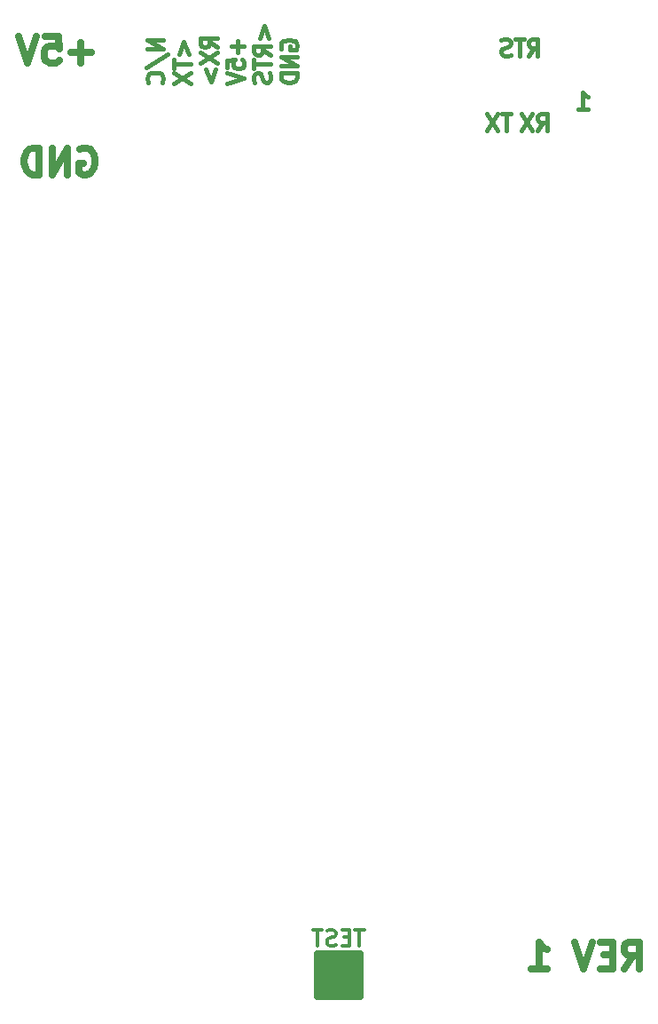
<source format=gbo>
G04 #@! TF.GenerationSoftware,KiCad,Pcbnew,(6.0.1)*
G04 #@! TF.CreationDate,2022-09-13T11:32:19-04:00*
G04 #@! TF.ProjectId,SIMPLE-Z80,53494d50-4c45-42d5-9a38-302e6b696361,1*
G04 #@! TF.SameCoordinates,Original*
G04 #@! TF.FileFunction,Legend,Bot*
G04 #@! TF.FilePolarity,Positive*
%FSLAX46Y46*%
G04 Gerber Fmt 4.6, Leading zero omitted, Abs format (unit mm)*
G04 Created by KiCad (PCBNEW (6.0.1)) date 2022-09-13 11:32:19*
%MOMM*%
%LPD*%
G01*
G04 APERTURE LIST*
%ADD10C,0.381000*%
%ADD11C,0.635000*%
%ADD12C,0.304800*%
%ADD13C,0.650000*%
G04 APERTURE END LIST*
D10*
X158082507Y-47839998D02*
X158590507Y-47084046D01*
X158953364Y-47839998D02*
X158953364Y-46252498D01*
X158372792Y-46252498D01*
X158227650Y-46328094D01*
X158155078Y-46403689D01*
X158082507Y-46554879D01*
X158082507Y-46781665D01*
X158155078Y-46932855D01*
X158227650Y-47008451D01*
X158372792Y-47084046D01*
X158953364Y-47084046D01*
X157647078Y-46252498D02*
X156776221Y-46252498D01*
X157211650Y-47839998D02*
X157211650Y-46252498D01*
X156340792Y-47764403D02*
X156123078Y-47839998D01*
X155760221Y-47839998D01*
X155615078Y-47764403D01*
X155542507Y-47688808D01*
X155469935Y-47537617D01*
X155469935Y-47386427D01*
X155542507Y-47235236D01*
X155615078Y-47159641D01*
X155760221Y-47084046D01*
X156050507Y-47008451D01*
X156195650Y-46932855D01*
X156268221Y-46857260D01*
X156340792Y-46706070D01*
X156340792Y-46554879D01*
X156268221Y-46403689D01*
X156195650Y-46328094D01*
X156050507Y-46252498D01*
X155687650Y-46252498D01*
X155469935Y-46328094D01*
D11*
X116322488Y-47557272D02*
X114387250Y-47557272D01*
X115354869Y-48524891D02*
X115354869Y-46589653D01*
X111968202Y-45984891D02*
X113177726Y-45984891D01*
X113298678Y-47194415D01*
X113177726Y-47073463D01*
X112935821Y-46952510D01*
X112331059Y-46952510D01*
X112089154Y-47073463D01*
X111968202Y-47194415D01*
X111847250Y-47436320D01*
X111847250Y-48041082D01*
X111968202Y-48282986D01*
X112089154Y-48403939D01*
X112331059Y-48524891D01*
X112935821Y-48524891D01*
X113177726Y-48403939D01*
X113298678Y-48282986D01*
X111121535Y-45984891D02*
X110274869Y-48524891D01*
X109428202Y-45984891D01*
D10*
X156377078Y-53364498D02*
X155506221Y-53364498D01*
X155941650Y-54951998D02*
X155941650Y-53364498D01*
X155143364Y-53364498D02*
X154127364Y-54951998D01*
X154127364Y-53364498D02*
X155143364Y-54951998D01*
X123225467Y-46329908D02*
X121637967Y-46329908D01*
X123225467Y-47200765D01*
X121637967Y-47200765D01*
X121562372Y-49015051D02*
X123603443Y-47708765D01*
X123074277Y-50393908D02*
X123149872Y-50321336D01*
X123225467Y-50103622D01*
X123225467Y-49958479D01*
X123149872Y-49740765D01*
X122998682Y-49595622D01*
X122847491Y-49523051D01*
X122545110Y-49450479D01*
X122318324Y-49450479D01*
X122015943Y-49523051D01*
X121864753Y-49595622D01*
X121713563Y-49740765D01*
X121637967Y-49958479D01*
X121637967Y-50103622D01*
X121713563Y-50321336D01*
X121789158Y-50393908D01*
X124723009Y-47708765D02*
X125176580Y-46547622D01*
X125630152Y-47708765D01*
X124193842Y-48216765D02*
X124193842Y-49087622D01*
X125781342Y-48652194D02*
X124193842Y-48652194D01*
X124193842Y-49450479D02*
X125781342Y-50466479D01*
X124193842Y-50466479D02*
X125781342Y-49450479D01*
X128337217Y-47055622D02*
X127581265Y-46547622D01*
X128337217Y-46184765D02*
X126749717Y-46184765D01*
X126749717Y-46765336D01*
X126825313Y-46910479D01*
X126900908Y-46983051D01*
X127052098Y-47055622D01*
X127278884Y-47055622D01*
X127430074Y-46983051D01*
X127505670Y-46910479D01*
X127581265Y-46765336D01*
X127581265Y-46184765D01*
X126749717Y-47563622D02*
X128337217Y-48579622D01*
X126749717Y-48579622D02*
X128337217Y-47563622D01*
X127278884Y-49160194D02*
X127732455Y-50321336D01*
X128186027Y-49160194D01*
X130288330Y-46402479D02*
X130288330Y-47563622D01*
X130893092Y-46983051D02*
X129683568Y-46983051D01*
X129305592Y-49015051D02*
X129305592Y-48289336D01*
X130061545Y-48216765D01*
X129985949Y-48289336D01*
X129910354Y-48434479D01*
X129910354Y-48797336D01*
X129985949Y-48942479D01*
X130061545Y-49015051D01*
X130212735Y-49087622D01*
X130590711Y-49087622D01*
X130741902Y-49015051D01*
X130817497Y-48942479D01*
X130893092Y-48797336D01*
X130893092Y-48434479D01*
X130817497Y-48289336D01*
X130741902Y-48216765D01*
X129305592Y-49523051D02*
X130893092Y-50031051D01*
X129305592Y-50539051D01*
X132390634Y-46184765D02*
X132844205Y-45023622D01*
X133297777Y-46184765D01*
X133448967Y-47781336D02*
X132693015Y-47273336D01*
X133448967Y-46910479D02*
X131861467Y-46910479D01*
X131861467Y-47491051D01*
X131937063Y-47636194D01*
X132012658Y-47708765D01*
X132163848Y-47781336D01*
X132390634Y-47781336D01*
X132541824Y-47708765D01*
X132617420Y-47636194D01*
X132693015Y-47491051D01*
X132693015Y-46910479D01*
X131861467Y-48216765D02*
X131861467Y-49087622D01*
X133448967Y-48652194D02*
X131861467Y-48652194D01*
X133373372Y-49523051D02*
X133448967Y-49740765D01*
X133448967Y-50103622D01*
X133373372Y-50248765D01*
X133297777Y-50321336D01*
X133146586Y-50393908D01*
X132995396Y-50393908D01*
X132844205Y-50321336D01*
X132768610Y-50248765D01*
X132693015Y-50103622D01*
X132617420Y-49813336D01*
X132541824Y-49668194D01*
X132466229Y-49595622D01*
X132315039Y-49523051D01*
X132163848Y-49523051D01*
X132012658Y-49595622D01*
X131937063Y-49668194D01*
X131861467Y-49813336D01*
X131861467Y-50176194D01*
X131937063Y-50393908D01*
X134492938Y-47200765D02*
X134417342Y-47055622D01*
X134417342Y-46837908D01*
X134492938Y-46620194D01*
X134644128Y-46475051D01*
X134795318Y-46402479D01*
X135097699Y-46329908D01*
X135324485Y-46329908D01*
X135626866Y-46402479D01*
X135778057Y-46475051D01*
X135929247Y-46620194D01*
X136004842Y-46837908D01*
X136004842Y-46983051D01*
X135929247Y-47200765D01*
X135853652Y-47273336D01*
X135324485Y-47273336D01*
X135324485Y-46983051D01*
X136004842Y-47926479D02*
X134417342Y-47926479D01*
X136004842Y-48797336D01*
X134417342Y-48797336D01*
X136004842Y-49523051D02*
X134417342Y-49523051D01*
X134417342Y-49885908D01*
X134492938Y-50103622D01*
X134644128Y-50248765D01*
X134795318Y-50321336D01*
X135097699Y-50393908D01*
X135324485Y-50393908D01*
X135626866Y-50321336D01*
X135778057Y-50248765D01*
X135929247Y-50103622D01*
X136004842Y-49885908D01*
X136004842Y-49523051D01*
X158953364Y-54951998D02*
X159461364Y-54196046D01*
X159824221Y-54951998D02*
X159824221Y-53364498D01*
X159243650Y-53364498D01*
X159098507Y-53440094D01*
X159025935Y-53515689D01*
X158953364Y-53666879D01*
X158953364Y-53893665D01*
X159025935Y-54044855D01*
X159098507Y-54120451D01*
X159243650Y-54196046D01*
X159824221Y-54196046D01*
X158445364Y-53364498D02*
X157429364Y-54951998D01*
X157429364Y-53364498D02*
X158445364Y-54951998D01*
D11*
X167198083Y-134884891D02*
X168044750Y-133675367D01*
X168649511Y-134884891D02*
X168649511Y-132344891D01*
X167681892Y-132344891D01*
X167439988Y-132465844D01*
X167319035Y-132586796D01*
X167198083Y-132828701D01*
X167198083Y-133191558D01*
X167319035Y-133433463D01*
X167439988Y-133554415D01*
X167681892Y-133675367D01*
X168649511Y-133675367D01*
X166109511Y-133554415D02*
X165262845Y-133554415D01*
X164899988Y-134884891D02*
X166109511Y-134884891D01*
X166109511Y-132344891D01*
X164899988Y-132344891D01*
X164174273Y-132344891D02*
X163327607Y-134884891D01*
X162480940Y-132344891D01*
X158368559Y-134884891D02*
X159819988Y-134884891D01*
X159094273Y-134884891D02*
X159094273Y-132344891D01*
X159336178Y-132707748D01*
X159578083Y-132949653D01*
X159819988Y-133070605D01*
X115246011Y-56773844D02*
X115487916Y-56652891D01*
X115850773Y-56652891D01*
X116213630Y-56773844D01*
X116455535Y-57015748D01*
X116576488Y-57257653D01*
X116697440Y-57741463D01*
X116697440Y-58104320D01*
X116576488Y-58588129D01*
X116455535Y-58830034D01*
X116213630Y-59071939D01*
X115850773Y-59192891D01*
X115608869Y-59192891D01*
X115246011Y-59071939D01*
X115125059Y-58950986D01*
X115125059Y-58104320D01*
X115608869Y-58104320D01*
X114036488Y-59192891D02*
X114036488Y-56652891D01*
X112585059Y-59192891D01*
X112585059Y-56652891D01*
X111375535Y-59192891D02*
X111375535Y-56652891D01*
X110770773Y-56652891D01*
X110407916Y-56773844D01*
X110166011Y-57015748D01*
X110045059Y-57257653D01*
X109924107Y-57741463D01*
X109924107Y-58104320D01*
X110045059Y-58588129D01*
X110166011Y-58830034D01*
X110407916Y-59071939D01*
X110770773Y-59192891D01*
X111375535Y-59192891D01*
D10*
X162835935Y-52919998D02*
X163706792Y-52919998D01*
X163271364Y-52919998D02*
X163271364Y-51332498D01*
X163416507Y-51559284D01*
X163561650Y-51710474D01*
X163706792Y-51786070D01*
D12*
X142377142Y-131179272D02*
X141506285Y-131179272D01*
X141941714Y-132703272D02*
X141941714Y-131179272D01*
X140998285Y-131904986D02*
X140490285Y-131904986D01*
X140272571Y-132703272D02*
X140998285Y-132703272D01*
X140998285Y-131179272D01*
X140272571Y-131179272D01*
X139692000Y-132630701D02*
X139474285Y-132703272D01*
X139111428Y-132703272D01*
X138966285Y-132630701D01*
X138893714Y-132558129D01*
X138821142Y-132412986D01*
X138821142Y-132267844D01*
X138893714Y-132122701D01*
X138966285Y-132050129D01*
X139111428Y-131977558D01*
X139401714Y-131904986D01*
X139546857Y-131832415D01*
X139619428Y-131759844D01*
X139692000Y-131614701D01*
X139692000Y-131469558D01*
X139619428Y-131324415D01*
X139546857Y-131251844D01*
X139401714Y-131179272D01*
X139038857Y-131179272D01*
X138821142Y-131251844D01*
X138385714Y-131179272D02*
X137514857Y-131179272D01*
X137950285Y-132703272D02*
X137950285Y-131179272D01*
D13*
X141946000Y-135013844D02*
X141946000Y-135513844D01*
X137946000Y-136513844D02*
X137946000Y-137013844D01*
X137946000Y-135013844D02*
X141946000Y-135013844D01*
X137946000Y-133513844D02*
X141946000Y-133513844D01*
X141946000Y-133513844D02*
X141946000Y-137513844D01*
X137946000Y-133513844D02*
X137946000Y-134013844D01*
X137946000Y-135513844D02*
X137946000Y-136013844D01*
X137946000Y-134513844D02*
X137946000Y-135013844D01*
X137946000Y-137013844D02*
X141946000Y-137013844D01*
X141946000Y-134513844D02*
X137946000Y-134513844D01*
X137946000Y-137513844D02*
X137946000Y-133513844D01*
X141946000Y-135513844D02*
X137946000Y-135513844D01*
X141946000Y-136013844D02*
X141946000Y-136513844D01*
X141946000Y-137513844D02*
X137946000Y-137513844D01*
X141446000Y-136013844D02*
X141946000Y-136013844D01*
X141946000Y-134013844D02*
X141946000Y-134513844D01*
X137946000Y-134013844D02*
X141946000Y-134013844D01*
X141946000Y-136513844D02*
X137946000Y-136513844D01*
X137946000Y-136013844D02*
X141446000Y-136013844D01*
M02*

</source>
